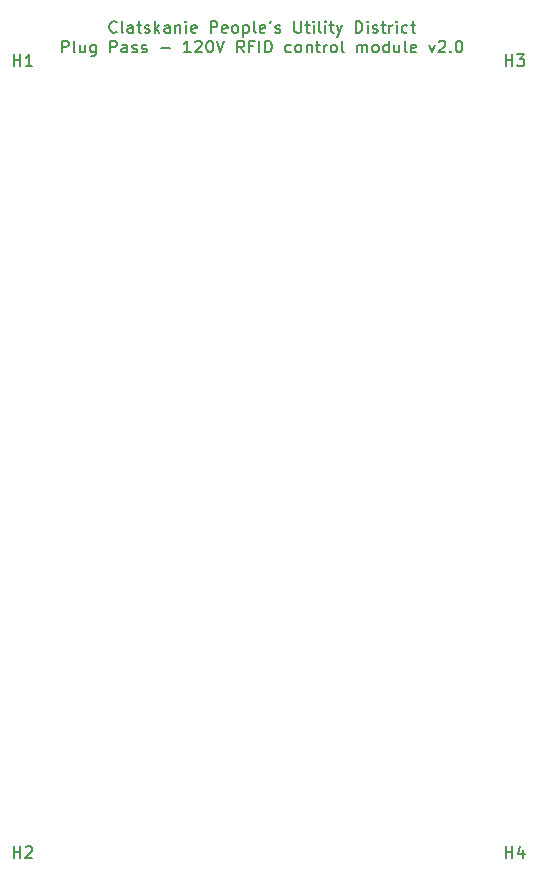
<source format=gto>
G04 #@! TF.GenerationSoftware,KiCad,Pcbnew,(5.1.5)-3*
G04 #@! TF.CreationDate,2020-06-18T13:28:00-07:00*
G04 #@! TF.ProjectId,Plug_Pass_AC_shield,506c7567-5f50-4617-9373-5f41435f7368,v2.0*
G04 #@! TF.SameCoordinates,Original*
G04 #@! TF.FileFunction,Legend,Top*
G04 #@! TF.FilePolarity,Positive*
%FSLAX46Y46*%
G04 Gerber Fmt 4.6, Leading zero omitted, Abs format (unit mm)*
G04 Created by KiCad (PCBNEW (5.1.5)-3) date 2020-06-18 13:28:00*
%MOMM*%
%LPD*%
G04 APERTURE LIST*
%ADD10C,0.150000*%
G04 APERTURE END LIST*
D10*
X184310285Y-62016142D02*
X184262666Y-62063761D01*
X184119809Y-62111380D01*
X184024571Y-62111380D01*
X183881714Y-62063761D01*
X183786476Y-61968523D01*
X183738857Y-61873285D01*
X183691238Y-61682809D01*
X183691238Y-61539952D01*
X183738857Y-61349476D01*
X183786476Y-61254238D01*
X183881714Y-61159000D01*
X184024571Y-61111380D01*
X184119809Y-61111380D01*
X184262666Y-61159000D01*
X184310285Y-61206619D01*
X184881714Y-62111380D02*
X184786476Y-62063761D01*
X184738857Y-61968523D01*
X184738857Y-61111380D01*
X185691238Y-62111380D02*
X185691238Y-61587571D01*
X185643619Y-61492333D01*
X185548380Y-61444714D01*
X185357904Y-61444714D01*
X185262666Y-61492333D01*
X185691238Y-62063761D02*
X185596000Y-62111380D01*
X185357904Y-62111380D01*
X185262666Y-62063761D01*
X185215047Y-61968523D01*
X185215047Y-61873285D01*
X185262666Y-61778047D01*
X185357904Y-61730428D01*
X185596000Y-61730428D01*
X185691238Y-61682809D01*
X186024571Y-61444714D02*
X186405523Y-61444714D01*
X186167428Y-61111380D02*
X186167428Y-61968523D01*
X186215047Y-62063761D01*
X186310285Y-62111380D01*
X186405523Y-62111380D01*
X186691238Y-62063761D02*
X186786476Y-62111380D01*
X186976952Y-62111380D01*
X187072190Y-62063761D01*
X187119809Y-61968523D01*
X187119809Y-61920904D01*
X187072190Y-61825666D01*
X186976952Y-61778047D01*
X186834095Y-61778047D01*
X186738857Y-61730428D01*
X186691238Y-61635190D01*
X186691238Y-61587571D01*
X186738857Y-61492333D01*
X186834095Y-61444714D01*
X186976952Y-61444714D01*
X187072190Y-61492333D01*
X187548380Y-62111380D02*
X187548380Y-61111380D01*
X187643619Y-61730428D02*
X187929333Y-62111380D01*
X187929333Y-61444714D02*
X187548380Y-61825666D01*
X188786476Y-62111380D02*
X188786476Y-61587571D01*
X188738857Y-61492333D01*
X188643619Y-61444714D01*
X188453142Y-61444714D01*
X188357904Y-61492333D01*
X188786476Y-62063761D02*
X188691238Y-62111380D01*
X188453142Y-62111380D01*
X188357904Y-62063761D01*
X188310285Y-61968523D01*
X188310285Y-61873285D01*
X188357904Y-61778047D01*
X188453142Y-61730428D01*
X188691238Y-61730428D01*
X188786476Y-61682809D01*
X189262666Y-61444714D02*
X189262666Y-62111380D01*
X189262666Y-61539952D02*
X189310285Y-61492333D01*
X189405523Y-61444714D01*
X189548380Y-61444714D01*
X189643619Y-61492333D01*
X189691238Y-61587571D01*
X189691238Y-62111380D01*
X190167428Y-62111380D02*
X190167428Y-61444714D01*
X190167428Y-61111380D02*
X190119809Y-61159000D01*
X190167428Y-61206619D01*
X190215047Y-61159000D01*
X190167428Y-61111380D01*
X190167428Y-61206619D01*
X191024571Y-62063761D02*
X190929333Y-62111380D01*
X190738857Y-62111380D01*
X190643619Y-62063761D01*
X190596000Y-61968523D01*
X190596000Y-61587571D01*
X190643619Y-61492333D01*
X190738857Y-61444714D01*
X190929333Y-61444714D01*
X191024571Y-61492333D01*
X191072190Y-61587571D01*
X191072190Y-61682809D01*
X190596000Y-61778047D01*
X192262666Y-62111380D02*
X192262666Y-61111380D01*
X192643619Y-61111380D01*
X192738857Y-61159000D01*
X192786476Y-61206619D01*
X192834095Y-61301857D01*
X192834095Y-61444714D01*
X192786476Y-61539952D01*
X192738857Y-61587571D01*
X192643619Y-61635190D01*
X192262666Y-61635190D01*
X193643619Y-62063761D02*
X193548380Y-62111380D01*
X193357904Y-62111380D01*
X193262666Y-62063761D01*
X193215047Y-61968523D01*
X193215047Y-61587571D01*
X193262666Y-61492333D01*
X193357904Y-61444714D01*
X193548380Y-61444714D01*
X193643619Y-61492333D01*
X193691238Y-61587571D01*
X193691238Y-61682809D01*
X193215047Y-61778047D01*
X194262666Y-62111380D02*
X194167428Y-62063761D01*
X194119809Y-62016142D01*
X194072190Y-61920904D01*
X194072190Y-61635190D01*
X194119809Y-61539952D01*
X194167428Y-61492333D01*
X194262666Y-61444714D01*
X194405523Y-61444714D01*
X194500761Y-61492333D01*
X194548380Y-61539952D01*
X194596000Y-61635190D01*
X194596000Y-61920904D01*
X194548380Y-62016142D01*
X194500761Y-62063761D01*
X194405523Y-62111380D01*
X194262666Y-62111380D01*
X195024571Y-61444714D02*
X195024571Y-62444714D01*
X195024571Y-61492333D02*
X195119809Y-61444714D01*
X195310285Y-61444714D01*
X195405523Y-61492333D01*
X195453142Y-61539952D01*
X195500761Y-61635190D01*
X195500761Y-61920904D01*
X195453142Y-62016142D01*
X195405523Y-62063761D01*
X195310285Y-62111380D01*
X195119809Y-62111380D01*
X195024571Y-62063761D01*
X196072190Y-62111380D02*
X195976952Y-62063761D01*
X195929333Y-61968523D01*
X195929333Y-61111380D01*
X196834095Y-62063761D02*
X196738857Y-62111380D01*
X196548380Y-62111380D01*
X196453142Y-62063761D01*
X196405523Y-61968523D01*
X196405523Y-61587571D01*
X196453142Y-61492333D01*
X196548380Y-61444714D01*
X196738857Y-61444714D01*
X196834095Y-61492333D01*
X196881714Y-61587571D01*
X196881714Y-61682809D01*
X196405523Y-61778047D01*
X197357904Y-61111380D02*
X197262666Y-61301857D01*
X197738857Y-62063761D02*
X197834095Y-62111380D01*
X198024571Y-62111380D01*
X198119809Y-62063761D01*
X198167428Y-61968523D01*
X198167428Y-61920904D01*
X198119809Y-61825666D01*
X198024571Y-61778047D01*
X197881714Y-61778047D01*
X197786476Y-61730428D01*
X197738857Y-61635190D01*
X197738857Y-61587571D01*
X197786476Y-61492333D01*
X197881714Y-61444714D01*
X198024571Y-61444714D01*
X198119809Y-61492333D01*
X199357904Y-61111380D02*
X199357904Y-61920904D01*
X199405523Y-62016142D01*
X199453142Y-62063761D01*
X199548380Y-62111380D01*
X199738857Y-62111380D01*
X199834095Y-62063761D01*
X199881714Y-62016142D01*
X199929333Y-61920904D01*
X199929333Y-61111380D01*
X200262666Y-61444714D02*
X200643619Y-61444714D01*
X200405523Y-61111380D02*
X200405523Y-61968523D01*
X200453142Y-62063761D01*
X200548380Y-62111380D01*
X200643619Y-62111380D01*
X200976952Y-62111380D02*
X200976952Y-61444714D01*
X200976952Y-61111380D02*
X200929333Y-61159000D01*
X200976952Y-61206619D01*
X201024571Y-61159000D01*
X200976952Y-61111380D01*
X200976952Y-61206619D01*
X201596000Y-62111380D02*
X201500761Y-62063761D01*
X201453142Y-61968523D01*
X201453142Y-61111380D01*
X201976952Y-62111380D02*
X201976952Y-61444714D01*
X201976952Y-61111380D02*
X201929333Y-61159000D01*
X201976952Y-61206619D01*
X202024571Y-61159000D01*
X201976952Y-61111380D01*
X201976952Y-61206619D01*
X202310285Y-61444714D02*
X202691238Y-61444714D01*
X202453142Y-61111380D02*
X202453142Y-61968523D01*
X202500761Y-62063761D01*
X202596000Y-62111380D01*
X202691238Y-62111380D01*
X202929333Y-61444714D02*
X203167428Y-62111380D01*
X203405523Y-61444714D02*
X203167428Y-62111380D01*
X203072190Y-62349476D01*
X203024571Y-62397095D01*
X202929333Y-62444714D01*
X204548380Y-62111380D02*
X204548380Y-61111380D01*
X204786476Y-61111380D01*
X204929333Y-61159000D01*
X205024571Y-61254238D01*
X205072190Y-61349476D01*
X205119809Y-61539952D01*
X205119809Y-61682809D01*
X205072190Y-61873285D01*
X205024571Y-61968523D01*
X204929333Y-62063761D01*
X204786476Y-62111380D01*
X204548380Y-62111380D01*
X205548380Y-62111380D02*
X205548380Y-61444714D01*
X205548380Y-61111380D02*
X205500761Y-61159000D01*
X205548380Y-61206619D01*
X205596000Y-61159000D01*
X205548380Y-61111380D01*
X205548380Y-61206619D01*
X205976952Y-62063761D02*
X206072190Y-62111380D01*
X206262666Y-62111380D01*
X206357904Y-62063761D01*
X206405523Y-61968523D01*
X206405523Y-61920904D01*
X206357904Y-61825666D01*
X206262666Y-61778047D01*
X206119809Y-61778047D01*
X206024571Y-61730428D01*
X205976952Y-61635190D01*
X205976952Y-61587571D01*
X206024571Y-61492333D01*
X206119809Y-61444714D01*
X206262666Y-61444714D01*
X206357904Y-61492333D01*
X206691238Y-61444714D02*
X207072190Y-61444714D01*
X206834095Y-61111380D02*
X206834095Y-61968523D01*
X206881714Y-62063761D01*
X206976952Y-62111380D01*
X207072190Y-62111380D01*
X207405523Y-62111380D02*
X207405523Y-61444714D01*
X207405523Y-61635190D02*
X207453142Y-61539952D01*
X207500761Y-61492333D01*
X207596000Y-61444714D01*
X207691238Y-61444714D01*
X208024571Y-62111380D02*
X208024571Y-61444714D01*
X208024571Y-61111380D02*
X207976952Y-61159000D01*
X208024571Y-61206619D01*
X208072190Y-61159000D01*
X208024571Y-61111380D01*
X208024571Y-61206619D01*
X208929333Y-62063761D02*
X208834095Y-62111380D01*
X208643619Y-62111380D01*
X208548380Y-62063761D01*
X208500761Y-62016142D01*
X208453142Y-61920904D01*
X208453142Y-61635190D01*
X208500761Y-61539952D01*
X208548380Y-61492333D01*
X208643619Y-61444714D01*
X208834095Y-61444714D01*
X208929333Y-61492333D01*
X209215047Y-61444714D02*
X209596000Y-61444714D01*
X209357904Y-61111380D02*
X209357904Y-61968523D01*
X209405523Y-62063761D01*
X209500761Y-62111380D01*
X209596000Y-62111380D01*
X179667428Y-63761380D02*
X179667428Y-62761380D01*
X180048380Y-62761380D01*
X180143619Y-62809000D01*
X180191238Y-62856619D01*
X180238857Y-62951857D01*
X180238857Y-63094714D01*
X180191238Y-63189952D01*
X180143619Y-63237571D01*
X180048380Y-63285190D01*
X179667428Y-63285190D01*
X180810285Y-63761380D02*
X180715047Y-63713761D01*
X180667428Y-63618523D01*
X180667428Y-62761380D01*
X181619809Y-63094714D02*
X181619809Y-63761380D01*
X181191238Y-63094714D02*
X181191238Y-63618523D01*
X181238857Y-63713761D01*
X181334095Y-63761380D01*
X181476952Y-63761380D01*
X181572190Y-63713761D01*
X181619809Y-63666142D01*
X182524571Y-63094714D02*
X182524571Y-63904238D01*
X182476952Y-63999476D01*
X182429333Y-64047095D01*
X182334095Y-64094714D01*
X182191238Y-64094714D01*
X182096000Y-64047095D01*
X182524571Y-63713761D02*
X182429333Y-63761380D01*
X182238857Y-63761380D01*
X182143619Y-63713761D01*
X182096000Y-63666142D01*
X182048380Y-63570904D01*
X182048380Y-63285190D01*
X182096000Y-63189952D01*
X182143619Y-63142333D01*
X182238857Y-63094714D01*
X182429333Y-63094714D01*
X182524571Y-63142333D01*
X183762666Y-63761380D02*
X183762666Y-62761380D01*
X184143619Y-62761380D01*
X184238857Y-62809000D01*
X184286476Y-62856619D01*
X184334095Y-62951857D01*
X184334095Y-63094714D01*
X184286476Y-63189952D01*
X184238857Y-63237571D01*
X184143619Y-63285190D01*
X183762666Y-63285190D01*
X185191238Y-63761380D02*
X185191238Y-63237571D01*
X185143619Y-63142333D01*
X185048380Y-63094714D01*
X184857904Y-63094714D01*
X184762666Y-63142333D01*
X185191238Y-63713761D02*
X185096000Y-63761380D01*
X184857904Y-63761380D01*
X184762666Y-63713761D01*
X184715047Y-63618523D01*
X184715047Y-63523285D01*
X184762666Y-63428047D01*
X184857904Y-63380428D01*
X185096000Y-63380428D01*
X185191238Y-63332809D01*
X185619809Y-63713761D02*
X185715047Y-63761380D01*
X185905523Y-63761380D01*
X186000761Y-63713761D01*
X186048380Y-63618523D01*
X186048380Y-63570904D01*
X186000761Y-63475666D01*
X185905523Y-63428047D01*
X185762666Y-63428047D01*
X185667428Y-63380428D01*
X185619809Y-63285190D01*
X185619809Y-63237571D01*
X185667428Y-63142333D01*
X185762666Y-63094714D01*
X185905523Y-63094714D01*
X186000761Y-63142333D01*
X186429333Y-63713761D02*
X186524571Y-63761380D01*
X186715047Y-63761380D01*
X186810285Y-63713761D01*
X186857904Y-63618523D01*
X186857904Y-63570904D01*
X186810285Y-63475666D01*
X186715047Y-63428047D01*
X186572190Y-63428047D01*
X186476952Y-63380428D01*
X186429333Y-63285190D01*
X186429333Y-63237571D01*
X186476952Y-63142333D01*
X186572190Y-63094714D01*
X186715047Y-63094714D01*
X186810285Y-63142333D01*
X188048380Y-63380428D02*
X188810285Y-63380428D01*
X190572190Y-63761380D02*
X190000761Y-63761380D01*
X190286476Y-63761380D02*
X190286476Y-62761380D01*
X190191238Y-62904238D01*
X190096000Y-62999476D01*
X190000761Y-63047095D01*
X190953142Y-62856619D02*
X191000761Y-62809000D01*
X191096000Y-62761380D01*
X191334095Y-62761380D01*
X191429333Y-62809000D01*
X191476952Y-62856619D01*
X191524571Y-62951857D01*
X191524571Y-63047095D01*
X191476952Y-63189952D01*
X190905523Y-63761380D01*
X191524571Y-63761380D01*
X192143619Y-62761380D02*
X192238857Y-62761380D01*
X192334095Y-62809000D01*
X192381714Y-62856619D01*
X192429333Y-62951857D01*
X192476952Y-63142333D01*
X192476952Y-63380428D01*
X192429333Y-63570904D01*
X192381714Y-63666142D01*
X192334095Y-63713761D01*
X192238857Y-63761380D01*
X192143619Y-63761380D01*
X192048380Y-63713761D01*
X192000761Y-63666142D01*
X191953142Y-63570904D01*
X191905523Y-63380428D01*
X191905523Y-63142333D01*
X191953142Y-62951857D01*
X192000761Y-62856619D01*
X192048380Y-62809000D01*
X192143619Y-62761380D01*
X192762666Y-62761380D02*
X193096000Y-63761380D01*
X193429333Y-62761380D01*
X195096000Y-63761380D02*
X194762666Y-63285190D01*
X194524571Y-63761380D02*
X194524571Y-62761380D01*
X194905523Y-62761380D01*
X195000761Y-62809000D01*
X195048380Y-62856619D01*
X195096000Y-62951857D01*
X195096000Y-63094714D01*
X195048380Y-63189952D01*
X195000761Y-63237571D01*
X194905523Y-63285190D01*
X194524571Y-63285190D01*
X195857904Y-63237571D02*
X195524571Y-63237571D01*
X195524571Y-63761380D02*
X195524571Y-62761380D01*
X196000761Y-62761380D01*
X196381714Y-63761380D02*
X196381714Y-62761380D01*
X196857904Y-63761380D02*
X196857904Y-62761380D01*
X197096000Y-62761380D01*
X197238857Y-62809000D01*
X197334095Y-62904238D01*
X197381714Y-62999476D01*
X197429333Y-63189952D01*
X197429333Y-63332809D01*
X197381714Y-63523285D01*
X197334095Y-63618523D01*
X197238857Y-63713761D01*
X197096000Y-63761380D01*
X196857904Y-63761380D01*
X199048380Y-63713761D02*
X198953142Y-63761380D01*
X198762666Y-63761380D01*
X198667428Y-63713761D01*
X198619809Y-63666142D01*
X198572190Y-63570904D01*
X198572190Y-63285190D01*
X198619809Y-63189952D01*
X198667428Y-63142333D01*
X198762666Y-63094714D01*
X198953142Y-63094714D01*
X199048380Y-63142333D01*
X199619809Y-63761380D02*
X199524571Y-63713761D01*
X199476952Y-63666142D01*
X199429333Y-63570904D01*
X199429333Y-63285190D01*
X199476952Y-63189952D01*
X199524571Y-63142333D01*
X199619809Y-63094714D01*
X199762666Y-63094714D01*
X199857904Y-63142333D01*
X199905523Y-63189952D01*
X199953142Y-63285190D01*
X199953142Y-63570904D01*
X199905523Y-63666142D01*
X199857904Y-63713761D01*
X199762666Y-63761380D01*
X199619809Y-63761380D01*
X200381714Y-63094714D02*
X200381714Y-63761380D01*
X200381714Y-63189952D02*
X200429333Y-63142333D01*
X200524571Y-63094714D01*
X200667428Y-63094714D01*
X200762666Y-63142333D01*
X200810285Y-63237571D01*
X200810285Y-63761380D01*
X201143619Y-63094714D02*
X201524571Y-63094714D01*
X201286476Y-62761380D02*
X201286476Y-63618523D01*
X201334095Y-63713761D01*
X201429333Y-63761380D01*
X201524571Y-63761380D01*
X201857904Y-63761380D02*
X201857904Y-63094714D01*
X201857904Y-63285190D02*
X201905523Y-63189952D01*
X201953142Y-63142333D01*
X202048380Y-63094714D01*
X202143619Y-63094714D01*
X202619809Y-63761380D02*
X202524571Y-63713761D01*
X202476952Y-63666142D01*
X202429333Y-63570904D01*
X202429333Y-63285190D01*
X202476952Y-63189952D01*
X202524571Y-63142333D01*
X202619809Y-63094714D01*
X202762666Y-63094714D01*
X202857904Y-63142333D01*
X202905523Y-63189952D01*
X202953142Y-63285190D01*
X202953142Y-63570904D01*
X202905523Y-63666142D01*
X202857904Y-63713761D01*
X202762666Y-63761380D01*
X202619809Y-63761380D01*
X203524571Y-63761380D02*
X203429333Y-63713761D01*
X203381714Y-63618523D01*
X203381714Y-62761380D01*
X204667428Y-63761380D02*
X204667428Y-63094714D01*
X204667428Y-63189952D02*
X204715047Y-63142333D01*
X204810285Y-63094714D01*
X204953142Y-63094714D01*
X205048380Y-63142333D01*
X205096000Y-63237571D01*
X205096000Y-63761380D01*
X205096000Y-63237571D02*
X205143619Y-63142333D01*
X205238857Y-63094714D01*
X205381714Y-63094714D01*
X205476952Y-63142333D01*
X205524571Y-63237571D01*
X205524571Y-63761380D01*
X206143619Y-63761380D02*
X206048380Y-63713761D01*
X206000761Y-63666142D01*
X205953142Y-63570904D01*
X205953142Y-63285190D01*
X206000761Y-63189952D01*
X206048380Y-63142333D01*
X206143619Y-63094714D01*
X206286476Y-63094714D01*
X206381714Y-63142333D01*
X206429333Y-63189952D01*
X206476952Y-63285190D01*
X206476952Y-63570904D01*
X206429333Y-63666142D01*
X206381714Y-63713761D01*
X206286476Y-63761380D01*
X206143619Y-63761380D01*
X207334095Y-63761380D02*
X207334095Y-62761380D01*
X207334095Y-63713761D02*
X207238857Y-63761380D01*
X207048380Y-63761380D01*
X206953142Y-63713761D01*
X206905523Y-63666142D01*
X206857904Y-63570904D01*
X206857904Y-63285190D01*
X206905523Y-63189952D01*
X206953142Y-63142333D01*
X207048380Y-63094714D01*
X207238857Y-63094714D01*
X207334095Y-63142333D01*
X208238857Y-63094714D02*
X208238857Y-63761380D01*
X207810285Y-63094714D02*
X207810285Y-63618523D01*
X207857904Y-63713761D01*
X207953142Y-63761380D01*
X208096000Y-63761380D01*
X208191238Y-63713761D01*
X208238857Y-63666142D01*
X208857904Y-63761380D02*
X208762666Y-63713761D01*
X208715047Y-63618523D01*
X208715047Y-62761380D01*
X209619809Y-63713761D02*
X209524571Y-63761380D01*
X209334095Y-63761380D01*
X209238857Y-63713761D01*
X209191238Y-63618523D01*
X209191238Y-63237571D01*
X209238857Y-63142333D01*
X209334095Y-63094714D01*
X209524571Y-63094714D01*
X209619809Y-63142333D01*
X209667428Y-63237571D01*
X209667428Y-63332809D01*
X209191238Y-63428047D01*
X210762666Y-63094714D02*
X211000761Y-63761380D01*
X211238857Y-63094714D01*
X211572190Y-62856619D02*
X211619809Y-62809000D01*
X211715047Y-62761380D01*
X211953142Y-62761380D01*
X212048380Y-62809000D01*
X212096000Y-62856619D01*
X212143619Y-62951857D01*
X212143619Y-63047095D01*
X212096000Y-63189952D01*
X211524571Y-63761380D01*
X212143619Y-63761380D01*
X212572190Y-63666142D02*
X212619809Y-63713761D01*
X212572190Y-63761380D01*
X212524571Y-63713761D01*
X212572190Y-63666142D01*
X212572190Y-63761380D01*
X213238857Y-62761380D02*
X213334095Y-62761380D01*
X213429333Y-62809000D01*
X213476952Y-62856619D01*
X213524571Y-62951857D01*
X213572190Y-63142333D01*
X213572190Y-63380428D01*
X213524571Y-63570904D01*
X213476952Y-63666142D01*
X213429333Y-63713761D01*
X213334095Y-63761380D01*
X213238857Y-63761380D01*
X213143619Y-63713761D01*
X213096000Y-63666142D01*
X213048380Y-63570904D01*
X213000761Y-63380428D01*
X213000761Y-63142333D01*
X213048380Y-62951857D01*
X213096000Y-62856619D01*
X213143619Y-62809000D01*
X213238857Y-62761380D01*
X217246295Y-131973580D02*
X217246295Y-130973580D01*
X217246295Y-131449771D02*
X217817723Y-131449771D01*
X217817723Y-131973580D02*
X217817723Y-130973580D01*
X218722485Y-131306914D02*
X218722485Y-131973580D01*
X218484390Y-130925961D02*
X218246295Y-131640247D01*
X218865342Y-131640247D01*
X217246295Y-64917580D02*
X217246295Y-63917580D01*
X217246295Y-64393771D02*
X217817723Y-64393771D01*
X217817723Y-64917580D02*
X217817723Y-63917580D01*
X218198676Y-63917580D02*
X218817723Y-63917580D01*
X218484390Y-64298533D01*
X218627247Y-64298533D01*
X218722485Y-64346152D01*
X218770104Y-64393771D01*
X218817723Y-64489009D01*
X218817723Y-64727104D01*
X218770104Y-64822342D01*
X218722485Y-64869961D01*
X218627247Y-64917580D01*
X218341533Y-64917580D01*
X218246295Y-64869961D01*
X218198676Y-64822342D01*
X175590295Y-131973580D02*
X175590295Y-130973580D01*
X175590295Y-131449771D02*
X176161723Y-131449771D01*
X176161723Y-131973580D02*
X176161723Y-130973580D01*
X176590295Y-131068819D02*
X176637914Y-131021200D01*
X176733152Y-130973580D01*
X176971247Y-130973580D01*
X177066485Y-131021200D01*
X177114104Y-131068819D01*
X177161723Y-131164057D01*
X177161723Y-131259295D01*
X177114104Y-131402152D01*
X176542676Y-131973580D01*
X177161723Y-131973580D01*
X175590295Y-64917580D02*
X175590295Y-63917580D01*
X175590295Y-64393771D02*
X176161723Y-64393771D01*
X176161723Y-64917580D02*
X176161723Y-63917580D01*
X177161723Y-64917580D02*
X176590295Y-64917580D01*
X176876009Y-64917580D02*
X176876009Y-63917580D01*
X176780771Y-64060438D01*
X176685533Y-64155676D01*
X176590295Y-64203295D01*
M02*

</source>
